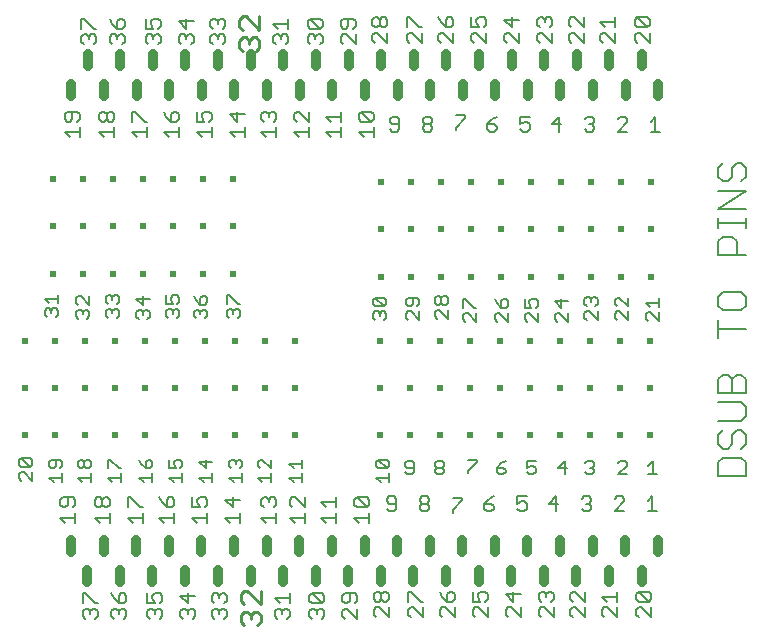
<source format=gto>
G75*
%MOIN*%
%OFA0B0*%
%FSLAX25Y25*%
%IPPOS*%
%LPD*%
%AMOC8*
5,1,8,0,0,1.08239X$1,22.5*
%
%ADD10C,0.00600*%
%ADD11C,0.00700*%
%ADD12C,0.00900*%
%ADD13C,0.00800*%
%ADD14C,0.03200*%
%ADD15R,0.02000X0.02000*%
D10*
X0113225Y0096990D02*
X0113959Y0096256D01*
X0113225Y0096990D02*
X0113225Y0098458D01*
X0113959Y0099192D01*
X0114693Y0099192D01*
X0117629Y0096256D01*
X0117629Y0099192D01*
X0116895Y0100860D02*
X0113959Y0103796D01*
X0116895Y0103796D01*
X0117629Y0103062D01*
X0117629Y0101594D01*
X0116895Y0100860D01*
X0113959Y0100860D01*
X0113225Y0101594D01*
X0113225Y0103062D01*
X0113959Y0103796D01*
X0123225Y0102562D02*
X0123225Y0101094D01*
X0123959Y0100360D01*
X0124693Y0100360D01*
X0125427Y0101094D01*
X0125427Y0103296D01*
X0123959Y0103296D02*
X0123225Y0102562D01*
X0123959Y0103296D02*
X0126895Y0103296D01*
X0127629Y0102562D01*
X0127629Y0101094D01*
X0126895Y0100360D01*
X0127629Y0098692D02*
X0127629Y0095756D01*
X0127629Y0097224D02*
X0123225Y0097224D01*
X0124693Y0095756D01*
X0132725Y0097224D02*
X0137129Y0097224D01*
X0137129Y0095756D02*
X0137129Y0098692D01*
X0136395Y0100360D02*
X0135661Y0100360D01*
X0134927Y0101094D01*
X0134927Y0102562D01*
X0135661Y0103296D01*
X0136395Y0103296D01*
X0137129Y0102562D01*
X0137129Y0101094D01*
X0136395Y0100360D01*
X0134927Y0101094D02*
X0134193Y0100360D01*
X0133459Y0100360D01*
X0132725Y0101094D01*
X0132725Y0102562D01*
X0133459Y0103296D01*
X0134193Y0103296D01*
X0134927Y0102562D01*
X0132725Y0097224D02*
X0134193Y0095756D01*
X0142725Y0097224D02*
X0147129Y0097224D01*
X0147129Y0095756D02*
X0147129Y0098692D01*
X0147129Y0100360D02*
X0146395Y0100360D01*
X0143459Y0103296D01*
X0142725Y0103296D01*
X0142725Y0100360D01*
X0142725Y0097224D02*
X0144193Y0095756D01*
X0153225Y0097224D02*
X0157629Y0097224D01*
X0157629Y0095756D02*
X0157629Y0098692D01*
X0156895Y0100360D02*
X0157629Y0101094D01*
X0157629Y0102562D01*
X0156895Y0103296D01*
X0156161Y0103296D01*
X0155427Y0102562D01*
X0155427Y0100360D01*
X0156895Y0100360D01*
X0155427Y0100360D02*
X0153959Y0101828D01*
X0153225Y0103296D01*
X0153225Y0097224D02*
X0154693Y0095756D01*
X0163225Y0097224D02*
X0167629Y0097224D01*
X0167629Y0095756D02*
X0167629Y0098692D01*
X0166895Y0100360D02*
X0167629Y0101094D01*
X0167629Y0102562D01*
X0166895Y0103296D01*
X0165427Y0103296D01*
X0164693Y0102562D01*
X0164693Y0101828D01*
X0165427Y0100360D01*
X0163225Y0100360D01*
X0163225Y0103296D01*
X0163225Y0097224D02*
X0164693Y0095756D01*
X0173225Y0097224D02*
X0177629Y0097224D01*
X0177629Y0095756D02*
X0177629Y0098692D01*
X0175427Y0100360D02*
X0175427Y0103296D01*
X0173225Y0102562D02*
X0175427Y0100360D01*
X0177629Y0102562D02*
X0173225Y0102562D01*
X0173225Y0097224D02*
X0174693Y0095756D01*
X0183225Y0097224D02*
X0187629Y0097224D01*
X0187629Y0095756D02*
X0187629Y0098692D01*
X0186895Y0100360D02*
X0187629Y0101094D01*
X0187629Y0102562D01*
X0186895Y0103296D01*
X0186161Y0103296D01*
X0185427Y0102562D01*
X0185427Y0101828D01*
X0185427Y0102562D02*
X0184693Y0103296D01*
X0183959Y0103296D01*
X0183225Y0102562D01*
X0183225Y0101094D01*
X0183959Y0100360D01*
X0183225Y0097224D02*
X0184693Y0095756D01*
X0192725Y0097224D02*
X0197129Y0097224D01*
X0197129Y0095756D02*
X0197129Y0098692D01*
X0197129Y0100360D02*
X0194193Y0103296D01*
X0193459Y0103296D01*
X0192725Y0102562D01*
X0192725Y0101094D01*
X0193459Y0100360D01*
X0192725Y0097224D02*
X0194193Y0095756D01*
X0197129Y0100360D02*
X0197129Y0103296D01*
X0203225Y0101828D02*
X0207629Y0101828D01*
X0207629Y0100360D02*
X0207629Y0103296D01*
X0204693Y0100360D02*
X0203225Y0101828D01*
X0203225Y0097224D02*
X0207629Y0097224D01*
X0207629Y0095756D02*
X0207629Y0098692D01*
X0204693Y0095756D02*
X0203225Y0097224D01*
X0232225Y0097224D02*
X0236629Y0097224D01*
X0236629Y0095756D02*
X0236629Y0098692D01*
X0235895Y0100360D02*
X0232959Y0103296D01*
X0235895Y0103296D01*
X0236629Y0102562D01*
X0236629Y0101094D01*
X0235895Y0100360D01*
X0232959Y0100360D01*
X0232225Y0101094D01*
X0232225Y0102562D01*
X0232959Y0103296D01*
X0232225Y0097224D02*
X0233693Y0095756D01*
X0241927Y0099094D02*
X0242661Y0098360D01*
X0244129Y0098360D01*
X0244863Y0099094D01*
X0244863Y0102030D01*
X0244129Y0102764D01*
X0242661Y0102764D01*
X0241927Y0102030D01*
X0241927Y0101296D01*
X0242661Y0100562D01*
X0244863Y0100562D01*
X0251927Y0101296D02*
X0251927Y0102030D01*
X0252661Y0102764D01*
X0254129Y0102764D01*
X0254863Y0102030D01*
X0254863Y0101296D01*
X0254129Y0100562D01*
X0252661Y0100562D01*
X0251927Y0101296D01*
X0252661Y0100562D02*
X0251927Y0099828D01*
X0251927Y0099094D01*
X0252661Y0098360D01*
X0254129Y0098360D01*
X0254863Y0099094D01*
X0254863Y0099828D01*
X0254129Y0100562D01*
X0262927Y0099594D02*
X0262927Y0098860D01*
X0262927Y0099594D02*
X0265863Y0102530D01*
X0265863Y0103264D01*
X0262927Y0103264D01*
X0272427Y0100562D02*
X0272427Y0099094D01*
X0273161Y0098360D01*
X0274629Y0098360D01*
X0275363Y0099094D01*
X0275363Y0099828D01*
X0274629Y0100562D01*
X0272427Y0100562D01*
X0273895Y0102030D01*
X0275363Y0102764D01*
X0282427Y0102764D02*
X0282427Y0100562D01*
X0283895Y0101296D01*
X0284629Y0101296D01*
X0285363Y0100562D01*
X0285363Y0099094D01*
X0284629Y0098360D01*
X0283161Y0098360D01*
X0282427Y0099094D01*
X0282427Y0102764D02*
X0285363Y0102764D01*
X0292927Y0100562D02*
X0295863Y0100562D01*
X0295129Y0098360D02*
X0295129Y0102764D01*
X0292927Y0100562D01*
X0301927Y0102030D02*
X0302661Y0102764D01*
X0304129Y0102764D01*
X0304863Y0102030D01*
X0304863Y0101296D01*
X0304129Y0100562D01*
X0304863Y0099828D01*
X0304863Y0099094D01*
X0304129Y0098360D01*
X0302661Y0098360D01*
X0301927Y0099094D01*
X0303395Y0100562D02*
X0304129Y0100562D01*
X0312927Y0102030D02*
X0313661Y0102764D01*
X0315129Y0102764D01*
X0315863Y0102030D01*
X0315863Y0101296D01*
X0312927Y0098360D01*
X0315863Y0098360D01*
X0322927Y0098360D02*
X0325863Y0098360D01*
X0324395Y0098360D02*
X0324395Y0102764D01*
X0322927Y0101296D01*
X0322759Y0149556D02*
X0322025Y0150290D01*
X0322025Y0151758D01*
X0322759Y0152492D01*
X0323493Y0152492D01*
X0326429Y0149556D01*
X0326429Y0152492D01*
X0326429Y0154160D02*
X0326429Y0157096D01*
X0326429Y0155628D02*
X0322025Y0155628D01*
X0323493Y0154160D01*
X0316129Y0154360D02*
X0316129Y0157296D01*
X0316129Y0154360D02*
X0313193Y0157296D01*
X0312459Y0157296D01*
X0311725Y0156562D01*
X0311725Y0155094D01*
X0312459Y0154360D01*
X0312459Y0152692D02*
X0311725Y0151958D01*
X0311725Y0150490D01*
X0312459Y0149756D01*
X0312459Y0152692D02*
X0313193Y0152692D01*
X0316129Y0149756D01*
X0316129Y0152692D01*
X0306029Y0152792D02*
X0306029Y0149856D01*
X0303093Y0152792D01*
X0302359Y0152792D01*
X0301625Y0152058D01*
X0301625Y0150590D01*
X0302359Y0149856D01*
X0302359Y0154460D02*
X0301625Y0155194D01*
X0301625Y0156662D01*
X0302359Y0157396D01*
X0303093Y0157396D01*
X0303827Y0156662D01*
X0304561Y0157396D01*
X0305295Y0157396D01*
X0306029Y0156662D01*
X0306029Y0155194D01*
X0305295Y0154460D01*
X0303827Y0155928D02*
X0303827Y0156662D01*
X0296129Y0156062D02*
X0291725Y0156062D01*
X0293927Y0153860D01*
X0293927Y0156796D01*
X0293193Y0152192D02*
X0292459Y0152192D01*
X0291725Y0151458D01*
X0291725Y0149990D01*
X0292459Y0149256D01*
X0293193Y0152192D02*
X0296129Y0149256D01*
X0296129Y0152192D01*
X0286129Y0152192D02*
X0286129Y0149256D01*
X0283193Y0152192D01*
X0282459Y0152192D01*
X0281725Y0151458D01*
X0281725Y0149990D01*
X0282459Y0149256D01*
X0281725Y0153860D02*
X0283927Y0153860D01*
X0283193Y0155328D01*
X0283193Y0156062D01*
X0283927Y0156796D01*
X0285395Y0156796D01*
X0286129Y0156062D01*
X0286129Y0154594D01*
X0285395Y0153860D01*
X0281725Y0153860D02*
X0281725Y0156796D01*
X0276129Y0156062D02*
X0275395Y0156796D01*
X0274661Y0156796D01*
X0273927Y0156062D01*
X0273927Y0153860D01*
X0275395Y0153860D01*
X0276129Y0154594D01*
X0276129Y0156062D01*
X0273927Y0153860D02*
X0272459Y0155328D01*
X0271725Y0156796D01*
X0272459Y0152192D02*
X0271725Y0151458D01*
X0271725Y0149990D01*
X0272459Y0149256D01*
X0272459Y0152192D02*
X0273193Y0152192D01*
X0276129Y0149256D01*
X0276129Y0152192D01*
X0265629Y0152192D02*
X0265629Y0149256D01*
X0262693Y0152192D01*
X0261959Y0152192D01*
X0261225Y0151458D01*
X0261225Y0149990D01*
X0261959Y0149256D01*
X0261225Y0153860D02*
X0261225Y0156796D01*
X0261959Y0156796D01*
X0264895Y0153860D01*
X0265629Y0153860D01*
X0256129Y0153192D02*
X0256129Y0150256D01*
X0253193Y0153192D01*
X0252459Y0153192D01*
X0251725Y0152458D01*
X0251725Y0150990D01*
X0252459Y0150256D01*
X0252459Y0154860D02*
X0251725Y0155594D01*
X0251725Y0157062D01*
X0252459Y0157796D01*
X0253193Y0157796D01*
X0253927Y0157062D01*
X0253927Y0155594D01*
X0253193Y0154860D01*
X0252459Y0154860D01*
X0253927Y0155594D02*
X0254661Y0154860D01*
X0255395Y0154860D01*
X0256129Y0155594D01*
X0256129Y0157062D01*
X0255395Y0157796D01*
X0254661Y0157796D01*
X0253927Y0157062D01*
X0246629Y0156562D02*
X0246629Y0155094D01*
X0245895Y0154360D01*
X0244427Y0155094D02*
X0244427Y0157296D01*
X0242959Y0157296D02*
X0242225Y0156562D01*
X0242225Y0155094D01*
X0242959Y0154360D01*
X0243693Y0154360D01*
X0244427Y0155094D01*
X0243693Y0152692D02*
X0242959Y0152692D01*
X0242225Y0151958D01*
X0242225Y0150490D01*
X0242959Y0149756D01*
X0243693Y0152692D02*
X0246629Y0149756D01*
X0246629Y0152692D01*
X0246629Y0156562D02*
X0245895Y0157296D01*
X0242959Y0157296D01*
X0235629Y0156562D02*
X0235629Y0155094D01*
X0234895Y0154360D01*
X0231959Y0157296D01*
X0234895Y0157296D01*
X0235629Y0156562D01*
X0234895Y0154360D02*
X0231959Y0154360D01*
X0231225Y0155094D01*
X0231225Y0156562D01*
X0231959Y0157296D01*
X0231959Y0152692D02*
X0232693Y0152692D01*
X0233427Y0151958D01*
X0234161Y0152692D01*
X0234895Y0152692D01*
X0235629Y0151958D01*
X0235629Y0150490D01*
X0234895Y0149756D01*
X0233427Y0151224D02*
X0233427Y0151958D01*
X0231959Y0152692D02*
X0231225Y0151958D01*
X0231225Y0150490D01*
X0231959Y0149756D01*
X0186829Y0151190D02*
X0186095Y0150456D01*
X0186829Y0151190D02*
X0186829Y0152658D01*
X0186095Y0153392D01*
X0185361Y0153392D01*
X0184627Y0152658D01*
X0184627Y0151924D01*
X0184627Y0152658D02*
X0183893Y0153392D01*
X0183159Y0153392D01*
X0182425Y0152658D01*
X0182425Y0151190D01*
X0183159Y0150456D01*
X0182425Y0155060D02*
X0182425Y0157996D01*
X0183159Y0157996D01*
X0186095Y0155060D01*
X0186829Y0155060D01*
X0175829Y0155694D02*
X0175829Y0157162D01*
X0175095Y0157896D01*
X0174361Y0157896D01*
X0173627Y0157162D01*
X0173627Y0154960D01*
X0175095Y0154960D01*
X0175829Y0155694D01*
X0173627Y0154960D02*
X0172159Y0156428D01*
X0171425Y0157896D01*
X0172159Y0153292D02*
X0172893Y0153292D01*
X0173627Y0152558D01*
X0174361Y0153292D01*
X0175095Y0153292D01*
X0175829Y0152558D01*
X0175829Y0151090D01*
X0175095Y0150356D01*
X0173627Y0151824D02*
X0173627Y0152558D01*
X0172159Y0153292D02*
X0171425Y0152558D01*
X0171425Y0151090D01*
X0172159Y0150356D01*
X0166629Y0151190D02*
X0165895Y0150456D01*
X0166629Y0151190D02*
X0166629Y0152658D01*
X0165895Y0153392D01*
X0165161Y0153392D01*
X0164427Y0152658D01*
X0164427Y0151924D01*
X0164427Y0152658D02*
X0163693Y0153392D01*
X0162959Y0153392D01*
X0162225Y0152658D01*
X0162225Y0151190D01*
X0162959Y0150456D01*
X0162225Y0155060D02*
X0164427Y0155060D01*
X0163693Y0156528D01*
X0163693Y0157262D01*
X0164427Y0157996D01*
X0165895Y0157996D01*
X0166629Y0157262D01*
X0166629Y0155794D01*
X0165895Y0155060D01*
X0162225Y0155060D02*
X0162225Y0157996D01*
X0156729Y0156962D02*
X0152325Y0156962D01*
X0154527Y0154760D01*
X0154527Y0157696D01*
X0153793Y0153092D02*
X0153059Y0153092D01*
X0152325Y0152358D01*
X0152325Y0150890D01*
X0153059Y0150156D01*
X0154527Y0151624D02*
X0154527Y0152358D01*
X0155261Y0153092D01*
X0155995Y0153092D01*
X0156729Y0152358D01*
X0156729Y0150890D01*
X0155995Y0150156D01*
X0154527Y0152358D02*
X0153793Y0153092D01*
X0146529Y0152758D02*
X0146529Y0151290D01*
X0145795Y0150556D01*
X0144327Y0152024D02*
X0144327Y0152758D01*
X0145061Y0153492D01*
X0145795Y0153492D01*
X0146529Y0152758D01*
X0144327Y0152758D02*
X0143593Y0153492D01*
X0142859Y0153492D01*
X0142125Y0152758D01*
X0142125Y0151290D01*
X0142859Y0150556D01*
X0142859Y0155160D02*
X0142125Y0155894D01*
X0142125Y0157362D01*
X0142859Y0158096D01*
X0143593Y0158096D01*
X0144327Y0157362D01*
X0145061Y0158096D01*
X0145795Y0158096D01*
X0146529Y0157362D01*
X0146529Y0155894D01*
X0145795Y0155160D01*
X0144327Y0156628D02*
X0144327Y0157362D01*
X0136629Y0157796D02*
X0136629Y0154860D01*
X0133693Y0157796D01*
X0132959Y0157796D01*
X0132225Y0157062D01*
X0132225Y0155594D01*
X0132959Y0154860D01*
X0132959Y0153192D02*
X0133693Y0153192D01*
X0134427Y0152458D01*
X0135161Y0153192D01*
X0135895Y0153192D01*
X0136629Y0152458D01*
X0136629Y0150990D01*
X0135895Y0150256D01*
X0134427Y0151724D02*
X0134427Y0152458D01*
X0132959Y0153192D02*
X0132225Y0152458D01*
X0132225Y0150990D01*
X0132959Y0150256D01*
X0126129Y0151490D02*
X0126129Y0152958D01*
X0125395Y0153692D01*
X0124661Y0153692D01*
X0123927Y0152958D01*
X0123927Y0152224D01*
X0123927Y0152958D02*
X0123193Y0153692D01*
X0122459Y0153692D01*
X0121725Y0152958D01*
X0121725Y0151490D01*
X0122459Y0150756D01*
X0125395Y0150756D02*
X0126129Y0151490D01*
X0126129Y0155360D02*
X0126129Y0158296D01*
X0126129Y0156828D02*
X0121725Y0156828D01*
X0123193Y0155360D01*
D11*
X0126975Y0083888D02*
X0128610Y0082253D01*
X0126975Y0083888D02*
X0131879Y0083888D01*
X0131879Y0082253D02*
X0131879Y0085523D01*
X0131062Y0087410D02*
X0131879Y0088227D01*
X0131879Y0089862D01*
X0131062Y0090679D01*
X0127792Y0090679D01*
X0126975Y0089862D01*
X0126975Y0088227D01*
X0127792Y0087410D01*
X0128610Y0087410D01*
X0129427Y0088227D01*
X0129427Y0090679D01*
X0138475Y0089862D02*
X0139292Y0090679D01*
X0140110Y0090679D01*
X0140927Y0089862D01*
X0140927Y0088227D01*
X0140110Y0087410D01*
X0139292Y0087410D01*
X0138475Y0088227D01*
X0138475Y0089862D01*
X0140927Y0089862D02*
X0141744Y0090679D01*
X0142562Y0090679D01*
X0143379Y0089862D01*
X0143379Y0088227D01*
X0142562Y0087410D01*
X0141744Y0087410D01*
X0140927Y0088227D01*
X0143379Y0085523D02*
X0143379Y0082253D01*
X0143379Y0083888D02*
X0138475Y0083888D01*
X0140110Y0082253D01*
X0149475Y0083888D02*
X0151110Y0082253D01*
X0149475Y0083888D02*
X0154379Y0083888D01*
X0154379Y0082253D02*
X0154379Y0085523D01*
X0154379Y0087410D02*
X0153562Y0087410D01*
X0150292Y0090679D01*
X0149475Y0090679D01*
X0149475Y0087410D01*
X0159975Y0090679D02*
X0160792Y0089045D01*
X0162427Y0087410D01*
X0162427Y0089862D01*
X0163244Y0090679D01*
X0164062Y0090679D01*
X0164879Y0089862D01*
X0164879Y0088227D01*
X0164062Y0087410D01*
X0162427Y0087410D01*
X0164879Y0085523D02*
X0164879Y0082253D01*
X0164879Y0083888D02*
X0159975Y0083888D01*
X0161610Y0082253D01*
X0170975Y0083888D02*
X0175879Y0083888D01*
X0175879Y0082253D02*
X0175879Y0085523D01*
X0175062Y0087410D02*
X0175879Y0088227D01*
X0175879Y0089862D01*
X0175062Y0090679D01*
X0173427Y0090679D01*
X0172610Y0089862D01*
X0172610Y0089045D01*
X0173427Y0087410D01*
X0170975Y0087410D01*
X0170975Y0090679D01*
X0170975Y0083888D02*
X0172610Y0082253D01*
X0181975Y0083888D02*
X0186879Y0083888D01*
X0186879Y0082253D02*
X0186879Y0085523D01*
X0184427Y0087410D02*
X0184427Y0090679D01*
X0186879Y0089862D02*
X0181975Y0089862D01*
X0184427Y0087410D01*
X0181975Y0083888D02*
X0183610Y0082253D01*
X0193975Y0083888D02*
X0195610Y0082253D01*
X0193975Y0083888D02*
X0198879Y0083888D01*
X0198879Y0082253D02*
X0198879Y0085523D01*
X0198062Y0087410D02*
X0198879Y0088227D01*
X0198879Y0089862D01*
X0198062Y0090679D01*
X0197244Y0090679D01*
X0196427Y0089862D01*
X0196427Y0089045D01*
X0196427Y0089862D02*
X0195610Y0090679D01*
X0194792Y0090679D01*
X0193975Y0089862D01*
X0193975Y0088227D01*
X0194792Y0087410D01*
X0203475Y0088227D02*
X0204292Y0087410D01*
X0203475Y0088227D02*
X0203475Y0089862D01*
X0204292Y0090679D01*
X0205110Y0090679D01*
X0208379Y0087410D01*
X0208379Y0090679D01*
X0208379Y0085523D02*
X0208379Y0082253D01*
X0208379Y0083888D02*
X0203475Y0083888D01*
X0205110Y0082253D01*
X0213975Y0083888D02*
X0218879Y0083888D01*
X0218879Y0082253D02*
X0218879Y0085523D01*
X0218879Y0087410D02*
X0218879Y0090679D01*
X0218879Y0089045D02*
X0213975Y0089045D01*
X0215610Y0087410D01*
X0213975Y0083888D02*
X0215610Y0082253D01*
X0224975Y0083888D02*
X0229879Y0083888D01*
X0229879Y0082253D02*
X0229879Y0085523D01*
X0229062Y0087410D02*
X0225792Y0090679D01*
X0229062Y0090679D01*
X0229879Y0089862D01*
X0229879Y0088227D01*
X0229062Y0087410D01*
X0225792Y0087410D01*
X0224975Y0088227D01*
X0224975Y0089862D01*
X0225792Y0090679D01*
X0224975Y0083888D02*
X0226610Y0082253D01*
X0235701Y0086927D02*
X0236518Y0086110D01*
X0238153Y0086110D01*
X0238970Y0086927D01*
X0238970Y0090197D01*
X0238153Y0091014D01*
X0236518Y0091014D01*
X0235701Y0090197D01*
X0235701Y0089379D01*
X0236518Y0088562D01*
X0238970Y0088562D01*
X0246701Y0089379D02*
X0246701Y0090197D01*
X0247518Y0091014D01*
X0249153Y0091014D01*
X0249970Y0090197D01*
X0249970Y0089379D01*
X0249153Y0088562D01*
X0247518Y0088562D01*
X0246701Y0089379D01*
X0247518Y0088562D02*
X0246701Y0087745D01*
X0246701Y0086927D01*
X0247518Y0086110D01*
X0249153Y0086110D01*
X0249970Y0086927D01*
X0249970Y0087745D01*
X0249153Y0088562D01*
X0257701Y0090514D02*
X0260970Y0090514D01*
X0260970Y0089697D01*
X0257701Y0086427D01*
X0257701Y0085610D01*
X0268201Y0086927D02*
X0269018Y0086110D01*
X0270653Y0086110D01*
X0271470Y0086927D01*
X0271470Y0087745D01*
X0270653Y0088562D01*
X0268201Y0088562D01*
X0268201Y0086927D01*
X0268201Y0088562D02*
X0269836Y0090197D01*
X0271470Y0091014D01*
X0279201Y0091014D02*
X0279201Y0088562D01*
X0280836Y0089379D01*
X0281653Y0089379D01*
X0282470Y0088562D01*
X0282470Y0086927D01*
X0281653Y0086110D01*
X0280018Y0086110D01*
X0279201Y0086927D01*
X0279201Y0091014D02*
X0282470Y0091014D01*
X0289701Y0088562D02*
X0292970Y0088562D01*
X0292153Y0091014D02*
X0289701Y0088562D01*
X0292153Y0086110D02*
X0292153Y0091014D01*
X0300701Y0090197D02*
X0301518Y0091014D01*
X0303153Y0091014D01*
X0303970Y0090197D01*
X0303970Y0089379D01*
X0303153Y0088562D01*
X0303970Y0087745D01*
X0303970Y0086927D01*
X0303153Y0086110D01*
X0301518Y0086110D01*
X0300701Y0086927D01*
X0302336Y0088562D02*
X0303153Y0088562D01*
X0311701Y0090197D02*
X0312518Y0091014D01*
X0314153Y0091014D01*
X0314970Y0090197D01*
X0314970Y0089379D01*
X0311701Y0086110D01*
X0314970Y0086110D01*
X0322701Y0086110D02*
X0325970Y0086110D01*
X0324336Y0086110D02*
X0324336Y0091014D01*
X0322701Y0089379D01*
X0323062Y0059179D02*
X0319792Y0059179D01*
X0323062Y0055910D01*
X0323879Y0056727D01*
X0323879Y0058362D01*
X0323062Y0059179D01*
X0323062Y0055910D02*
X0319792Y0055910D01*
X0318975Y0056727D01*
X0318975Y0058362D01*
X0319792Y0059179D01*
X0319792Y0054023D02*
X0318975Y0053206D01*
X0318975Y0051571D01*
X0319792Y0050753D01*
X0319792Y0054023D02*
X0320610Y0054023D01*
X0323879Y0050753D01*
X0323879Y0054023D01*
X0312379Y0054023D02*
X0312379Y0050753D01*
X0309110Y0054023D01*
X0308292Y0054023D01*
X0307475Y0053206D01*
X0307475Y0051571D01*
X0308292Y0050753D01*
X0309110Y0055910D02*
X0307475Y0057545D01*
X0312379Y0057545D01*
X0312379Y0059179D02*
X0312379Y0055910D01*
X0301879Y0055910D02*
X0301879Y0059179D01*
X0301879Y0055910D02*
X0298610Y0059179D01*
X0297792Y0059179D01*
X0296975Y0058362D01*
X0296975Y0056727D01*
X0297792Y0055910D01*
X0297792Y0054023D02*
X0296975Y0053206D01*
X0296975Y0051571D01*
X0297792Y0050753D01*
X0297792Y0054023D02*
X0298610Y0054023D01*
X0301879Y0050753D01*
X0301879Y0054023D01*
X0291379Y0054023D02*
X0291379Y0050753D01*
X0288110Y0054023D01*
X0287292Y0054023D01*
X0286475Y0053206D01*
X0286475Y0051571D01*
X0287292Y0050753D01*
X0287292Y0055910D02*
X0286475Y0056727D01*
X0286475Y0058362D01*
X0287292Y0059179D01*
X0288110Y0059179D01*
X0288927Y0058362D01*
X0289744Y0059179D01*
X0290562Y0059179D01*
X0291379Y0058362D01*
X0291379Y0056727D01*
X0290562Y0055910D01*
X0288927Y0057545D02*
X0288927Y0058362D01*
X0280379Y0058362D02*
X0275475Y0058362D01*
X0277927Y0055910D01*
X0277927Y0059179D01*
X0277110Y0054023D02*
X0276292Y0054023D01*
X0275475Y0053206D01*
X0275475Y0051571D01*
X0276292Y0050753D01*
X0277110Y0054023D02*
X0280379Y0050753D01*
X0280379Y0054023D01*
X0269379Y0054023D02*
X0269379Y0050753D01*
X0266110Y0054023D01*
X0265292Y0054023D01*
X0264475Y0053206D01*
X0264475Y0051571D01*
X0265292Y0050753D01*
X0264475Y0055910D02*
X0266927Y0055910D01*
X0266110Y0057545D01*
X0266110Y0058362D01*
X0266927Y0059179D01*
X0268562Y0059179D01*
X0269379Y0058362D01*
X0269379Y0056727D01*
X0268562Y0055910D01*
X0264475Y0055910D02*
X0264475Y0059179D01*
X0258379Y0058362D02*
X0257562Y0059179D01*
X0256744Y0059179D01*
X0255927Y0058362D01*
X0255927Y0055910D01*
X0257562Y0055910D01*
X0258379Y0056727D01*
X0258379Y0058362D01*
X0255927Y0055910D02*
X0254292Y0057545D01*
X0253475Y0059179D01*
X0254292Y0054023D02*
X0253475Y0053206D01*
X0253475Y0051571D01*
X0254292Y0050753D01*
X0254292Y0054023D02*
X0255110Y0054023D01*
X0258379Y0050753D01*
X0258379Y0054023D01*
X0247879Y0054023D02*
X0247879Y0050753D01*
X0244610Y0054023D01*
X0243792Y0054023D01*
X0242975Y0053206D01*
X0242975Y0051571D01*
X0243792Y0050753D01*
X0242975Y0055910D02*
X0242975Y0059179D01*
X0243792Y0059179D01*
X0247062Y0055910D01*
X0247879Y0055910D01*
X0236379Y0056727D02*
X0235562Y0055910D01*
X0234744Y0055910D01*
X0233927Y0056727D01*
X0233927Y0058362D01*
X0234744Y0059179D01*
X0235562Y0059179D01*
X0236379Y0058362D01*
X0236379Y0056727D01*
X0233927Y0056727D02*
X0233110Y0055910D01*
X0232292Y0055910D01*
X0231475Y0056727D01*
X0231475Y0058362D01*
X0232292Y0059179D01*
X0233110Y0059179D01*
X0233927Y0058362D01*
X0233110Y0054023D02*
X0232292Y0054023D01*
X0231475Y0053206D01*
X0231475Y0051571D01*
X0232292Y0050753D01*
X0233110Y0054023D02*
X0236379Y0050753D01*
X0236379Y0054023D01*
X0225879Y0053523D02*
X0225879Y0050253D01*
X0222610Y0053523D01*
X0221792Y0053523D01*
X0220975Y0052706D01*
X0220975Y0051071D01*
X0221792Y0050253D01*
X0221792Y0055410D02*
X0220975Y0056227D01*
X0220975Y0057862D01*
X0221792Y0058679D01*
X0225062Y0058679D01*
X0225879Y0057862D01*
X0225879Y0056227D01*
X0225062Y0055410D01*
X0223427Y0056227D02*
X0223427Y0058679D01*
X0223427Y0056227D02*
X0222610Y0055410D01*
X0221792Y0055410D01*
X0214879Y0056227D02*
X0214062Y0055410D01*
X0210792Y0058679D01*
X0214062Y0058679D01*
X0214879Y0057862D01*
X0214879Y0056227D01*
X0214062Y0055410D02*
X0210792Y0055410D01*
X0209975Y0056227D01*
X0209975Y0057862D01*
X0210792Y0058679D01*
X0210792Y0053523D02*
X0211610Y0053523D01*
X0212427Y0052706D01*
X0213244Y0053523D01*
X0214062Y0053523D01*
X0214879Y0052706D01*
X0214879Y0051071D01*
X0214062Y0050253D01*
X0212427Y0051888D02*
X0212427Y0052706D01*
X0210792Y0053523D02*
X0209975Y0052706D01*
X0209975Y0051071D01*
X0210792Y0050253D01*
X0203379Y0051071D02*
X0203379Y0052706D01*
X0202562Y0053523D01*
X0201744Y0053523D01*
X0200927Y0052706D01*
X0200927Y0051888D01*
X0200927Y0052706D02*
X0200110Y0053523D01*
X0199292Y0053523D01*
X0198475Y0052706D01*
X0198475Y0051071D01*
X0199292Y0050253D01*
X0202562Y0050253D02*
X0203379Y0051071D01*
X0203379Y0055410D02*
X0203379Y0058679D01*
X0203379Y0057045D02*
X0198475Y0057045D01*
X0200110Y0055410D01*
X0182379Y0056227D02*
X0181562Y0055410D01*
X0182379Y0056227D02*
X0182379Y0057862D01*
X0181562Y0058679D01*
X0180744Y0058679D01*
X0179927Y0057862D01*
X0179927Y0057045D01*
X0179927Y0057862D02*
X0179110Y0058679D01*
X0178292Y0058679D01*
X0177475Y0057862D01*
X0177475Y0056227D01*
X0178292Y0055410D01*
X0178292Y0053523D02*
X0179110Y0053523D01*
X0179927Y0052706D01*
X0180744Y0053523D01*
X0181562Y0053523D01*
X0182379Y0052706D01*
X0182379Y0051071D01*
X0181562Y0050253D01*
X0179927Y0051888D02*
X0179927Y0052706D01*
X0178292Y0053523D02*
X0177475Y0052706D01*
X0177475Y0051071D01*
X0178292Y0050253D01*
X0171879Y0051071D02*
X0171879Y0052706D01*
X0171062Y0053523D01*
X0170244Y0053523D01*
X0169427Y0052706D01*
X0169427Y0051888D01*
X0169427Y0052706D02*
X0168610Y0053523D01*
X0167792Y0053523D01*
X0166975Y0052706D01*
X0166975Y0051071D01*
X0167792Y0050253D01*
X0171062Y0050253D02*
X0171879Y0051071D01*
X0169427Y0055410D02*
X0169427Y0058679D01*
X0171879Y0057862D02*
X0166975Y0057862D01*
X0169427Y0055410D01*
X0160879Y0056227D02*
X0160879Y0057862D01*
X0160062Y0058679D01*
X0158427Y0058679D01*
X0157610Y0057862D01*
X0157610Y0057045D01*
X0158427Y0055410D01*
X0155975Y0055410D01*
X0155975Y0058679D01*
X0156792Y0053523D02*
X0157610Y0053523D01*
X0158427Y0052706D01*
X0159244Y0053523D01*
X0160062Y0053523D01*
X0160879Y0052706D01*
X0160879Y0051071D01*
X0160062Y0050253D01*
X0158427Y0051888D02*
X0158427Y0052706D01*
X0156792Y0053523D02*
X0155975Y0052706D01*
X0155975Y0051071D01*
X0156792Y0050253D01*
X0160062Y0055410D02*
X0160879Y0056227D01*
X0148879Y0056227D02*
X0148879Y0057862D01*
X0148062Y0058679D01*
X0147244Y0058679D01*
X0146427Y0057862D01*
X0146427Y0055410D01*
X0148062Y0055410D01*
X0148879Y0056227D01*
X0146427Y0055410D02*
X0144792Y0057045D01*
X0143975Y0058679D01*
X0144792Y0053523D02*
X0145610Y0053523D01*
X0146427Y0052706D01*
X0147244Y0053523D01*
X0148062Y0053523D01*
X0148879Y0052706D01*
X0148879Y0051071D01*
X0148062Y0050253D01*
X0146427Y0051888D02*
X0146427Y0052706D01*
X0144792Y0053523D02*
X0143975Y0052706D01*
X0143975Y0051071D01*
X0144792Y0050253D01*
X0139379Y0051071D02*
X0139379Y0052706D01*
X0138562Y0053523D01*
X0137744Y0053523D01*
X0136927Y0052706D01*
X0136927Y0051888D01*
X0136927Y0052706D02*
X0136110Y0053523D01*
X0135292Y0053523D01*
X0134475Y0052706D01*
X0134475Y0051071D01*
X0135292Y0050253D01*
X0138562Y0050253D02*
X0139379Y0051071D01*
X0139379Y0055410D02*
X0138562Y0055410D01*
X0135292Y0058679D01*
X0134475Y0058679D01*
X0134475Y0055410D01*
X0133379Y0210753D02*
X0133379Y0214023D01*
X0133379Y0212388D02*
X0128475Y0212388D01*
X0130110Y0210753D01*
X0130110Y0215910D02*
X0130927Y0216727D01*
X0130927Y0219179D01*
X0132562Y0219179D02*
X0129292Y0219179D01*
X0128475Y0218362D01*
X0128475Y0216727D01*
X0129292Y0215910D01*
X0130110Y0215910D01*
X0132562Y0215910D02*
X0133379Y0216727D01*
X0133379Y0218362D01*
X0132562Y0219179D01*
X0139975Y0218362D02*
X0139975Y0216727D01*
X0140792Y0215910D01*
X0141610Y0215910D01*
X0142427Y0216727D01*
X0142427Y0218362D01*
X0143244Y0219179D01*
X0144062Y0219179D01*
X0144879Y0218362D01*
X0144879Y0216727D01*
X0144062Y0215910D01*
X0143244Y0215910D01*
X0142427Y0216727D01*
X0142427Y0218362D02*
X0141610Y0219179D01*
X0140792Y0219179D01*
X0139975Y0218362D01*
X0144879Y0214023D02*
X0144879Y0210753D01*
X0144879Y0212388D02*
X0139975Y0212388D01*
X0141610Y0210753D01*
X0150975Y0212388D02*
X0155879Y0212388D01*
X0155879Y0210753D02*
X0155879Y0214023D01*
X0155879Y0215910D02*
X0155062Y0215910D01*
X0151792Y0219179D01*
X0150975Y0219179D01*
X0150975Y0215910D01*
X0150975Y0212388D02*
X0152610Y0210753D01*
X0161475Y0212388D02*
X0166379Y0212388D01*
X0166379Y0210753D02*
X0166379Y0214023D01*
X0165562Y0215910D02*
X0166379Y0216727D01*
X0166379Y0218362D01*
X0165562Y0219179D01*
X0164744Y0219179D01*
X0163927Y0218362D01*
X0163927Y0215910D01*
X0165562Y0215910D01*
X0163927Y0215910D02*
X0162292Y0217545D01*
X0161475Y0219179D01*
X0161475Y0212388D02*
X0163110Y0210753D01*
X0172475Y0212388D02*
X0177379Y0212388D01*
X0177379Y0210753D02*
X0177379Y0214023D01*
X0176562Y0215910D02*
X0177379Y0216727D01*
X0177379Y0218362D01*
X0176562Y0219179D01*
X0174927Y0219179D01*
X0174110Y0218362D01*
X0174110Y0217545D01*
X0174927Y0215910D01*
X0172475Y0215910D01*
X0172475Y0219179D01*
X0183475Y0218362D02*
X0185927Y0215910D01*
X0185927Y0219179D01*
X0188379Y0218362D02*
X0183475Y0218362D01*
X0188379Y0214023D02*
X0188379Y0210753D01*
X0188379Y0212388D02*
X0183475Y0212388D01*
X0185110Y0210753D01*
X0193975Y0212388D02*
X0198879Y0212388D01*
X0198879Y0210753D02*
X0198879Y0214023D01*
X0198062Y0215910D02*
X0198879Y0216727D01*
X0198879Y0218362D01*
X0198062Y0219179D01*
X0197244Y0219179D01*
X0196427Y0218362D01*
X0196427Y0217545D01*
X0196427Y0218362D02*
X0195610Y0219179D01*
X0194792Y0219179D01*
X0193975Y0218362D01*
X0193975Y0216727D01*
X0194792Y0215910D01*
X0193975Y0212388D02*
X0195610Y0210753D01*
X0204975Y0212388D02*
X0209879Y0212388D01*
X0209879Y0210753D02*
X0209879Y0214023D01*
X0209879Y0215910D02*
X0206610Y0219179D01*
X0205792Y0219179D01*
X0204975Y0218362D01*
X0204975Y0216727D01*
X0205792Y0215910D01*
X0204975Y0212388D02*
X0206610Y0210753D01*
X0209879Y0215910D02*
X0209879Y0219179D01*
X0215475Y0217545D02*
X0217110Y0215910D01*
X0215475Y0217545D02*
X0220379Y0217545D01*
X0220379Y0219179D02*
X0220379Y0215910D01*
X0220379Y0214023D02*
X0220379Y0210753D01*
X0220379Y0212388D02*
X0215475Y0212388D01*
X0217110Y0210753D01*
X0226475Y0212388D02*
X0231379Y0212388D01*
X0231379Y0210753D02*
X0231379Y0214023D01*
X0230562Y0215910D02*
X0227292Y0219179D01*
X0230562Y0219179D01*
X0231379Y0218362D01*
X0231379Y0216727D01*
X0230562Y0215910D01*
X0227292Y0215910D01*
X0226475Y0216727D01*
X0226475Y0218362D01*
X0227292Y0219179D01*
X0226475Y0212388D02*
X0228110Y0210753D01*
X0236701Y0213427D02*
X0237518Y0212610D01*
X0239153Y0212610D01*
X0239970Y0213427D01*
X0239970Y0216697D01*
X0239153Y0217514D01*
X0237518Y0217514D01*
X0236701Y0216697D01*
X0236701Y0215879D01*
X0237518Y0215062D01*
X0239970Y0215062D01*
X0247701Y0215879D02*
X0247701Y0216697D01*
X0248518Y0217514D01*
X0250153Y0217514D01*
X0250970Y0216697D01*
X0250970Y0215879D01*
X0250153Y0215062D01*
X0248518Y0215062D01*
X0247701Y0215879D01*
X0248518Y0215062D02*
X0247701Y0214245D01*
X0247701Y0213427D01*
X0248518Y0212610D01*
X0250153Y0212610D01*
X0250970Y0213427D01*
X0250970Y0214245D01*
X0250153Y0215062D01*
X0258701Y0213927D02*
X0258701Y0213110D01*
X0258701Y0213927D02*
X0261970Y0217197D01*
X0261970Y0218014D01*
X0258701Y0218014D01*
X0269201Y0215062D02*
X0271653Y0215062D01*
X0272470Y0214245D01*
X0272470Y0213427D01*
X0271653Y0212610D01*
X0270018Y0212610D01*
X0269201Y0213427D01*
X0269201Y0215062D01*
X0270836Y0216697D01*
X0272470Y0217514D01*
X0280201Y0217514D02*
X0280201Y0215062D01*
X0281836Y0215879D01*
X0282653Y0215879D01*
X0283470Y0215062D01*
X0283470Y0213427D01*
X0282653Y0212610D01*
X0281018Y0212610D01*
X0280201Y0213427D01*
X0280201Y0217514D02*
X0283470Y0217514D01*
X0290701Y0215062D02*
X0293970Y0215062D01*
X0293153Y0217514D02*
X0290701Y0215062D01*
X0293153Y0212610D02*
X0293153Y0217514D01*
X0301701Y0216697D02*
X0302518Y0217514D01*
X0304153Y0217514D01*
X0304970Y0216697D01*
X0304970Y0215879D01*
X0304153Y0215062D01*
X0304970Y0214245D01*
X0304970Y0213427D01*
X0304153Y0212610D01*
X0302518Y0212610D01*
X0301701Y0213427D01*
X0303336Y0215062D02*
X0304153Y0215062D01*
X0312701Y0216697D02*
X0313518Y0217514D01*
X0315153Y0217514D01*
X0315970Y0216697D01*
X0315970Y0215879D01*
X0312701Y0212610D01*
X0315970Y0212610D01*
X0323701Y0212610D02*
X0326970Y0212610D01*
X0325336Y0212610D02*
X0325336Y0217514D01*
X0323701Y0215879D01*
X0323379Y0242253D02*
X0320110Y0245523D01*
X0319292Y0245523D01*
X0318475Y0244706D01*
X0318475Y0243071D01*
X0319292Y0242253D01*
X0323379Y0242253D02*
X0323379Y0245523D01*
X0322562Y0247410D02*
X0319292Y0250679D01*
X0322562Y0250679D01*
X0323379Y0249862D01*
X0323379Y0248227D01*
X0322562Y0247410D01*
X0319292Y0247410D01*
X0318475Y0248227D01*
X0318475Y0249862D01*
X0319292Y0250679D01*
X0311879Y0250679D02*
X0311879Y0247410D01*
X0311879Y0249045D02*
X0306975Y0249045D01*
X0308610Y0247410D01*
X0308610Y0245523D02*
X0307792Y0245523D01*
X0306975Y0244706D01*
X0306975Y0243071D01*
X0307792Y0242253D01*
X0308610Y0245523D02*
X0311879Y0242253D01*
X0311879Y0245523D01*
X0301379Y0245523D02*
X0301379Y0242253D01*
X0298110Y0245523D01*
X0297292Y0245523D01*
X0296475Y0244706D01*
X0296475Y0243071D01*
X0297292Y0242253D01*
X0297292Y0247410D02*
X0296475Y0248227D01*
X0296475Y0249862D01*
X0297292Y0250679D01*
X0298110Y0250679D01*
X0301379Y0247410D01*
X0301379Y0250679D01*
X0290879Y0249862D02*
X0290879Y0248227D01*
X0290062Y0247410D01*
X0290879Y0245523D02*
X0290879Y0242253D01*
X0287610Y0245523D01*
X0286792Y0245523D01*
X0285975Y0244706D01*
X0285975Y0243071D01*
X0286792Y0242253D01*
X0286792Y0247410D02*
X0285975Y0248227D01*
X0285975Y0249862D01*
X0286792Y0250679D01*
X0287610Y0250679D01*
X0288427Y0249862D01*
X0289244Y0250679D01*
X0290062Y0250679D01*
X0290879Y0249862D01*
X0288427Y0249862D02*
X0288427Y0249045D01*
X0279879Y0249862D02*
X0274975Y0249862D01*
X0277427Y0247410D01*
X0277427Y0250679D01*
X0276610Y0245523D02*
X0275792Y0245523D01*
X0274975Y0244706D01*
X0274975Y0243071D01*
X0275792Y0242253D01*
X0276610Y0245523D02*
X0279879Y0242253D01*
X0279879Y0245523D01*
X0268879Y0245523D02*
X0268879Y0242253D01*
X0265610Y0245523D01*
X0264792Y0245523D01*
X0263975Y0244706D01*
X0263975Y0243071D01*
X0264792Y0242253D01*
X0263975Y0247410D02*
X0266427Y0247410D01*
X0265610Y0249045D01*
X0265610Y0249862D01*
X0266427Y0250679D01*
X0268062Y0250679D01*
X0268879Y0249862D01*
X0268879Y0248227D01*
X0268062Y0247410D01*
X0263975Y0247410D02*
X0263975Y0250679D01*
X0257879Y0249862D02*
X0257062Y0250679D01*
X0256244Y0250679D01*
X0255427Y0249862D01*
X0255427Y0247410D01*
X0257062Y0247410D01*
X0257879Y0248227D01*
X0257879Y0249862D01*
X0255427Y0247410D02*
X0253792Y0249045D01*
X0252975Y0250679D01*
X0253792Y0245523D02*
X0252975Y0244706D01*
X0252975Y0243071D01*
X0253792Y0242253D01*
X0253792Y0245523D02*
X0254610Y0245523D01*
X0257879Y0242253D01*
X0257879Y0245523D01*
X0247379Y0245523D02*
X0247379Y0242253D01*
X0244110Y0245523D01*
X0243292Y0245523D01*
X0242475Y0244706D01*
X0242475Y0243071D01*
X0243292Y0242253D01*
X0242475Y0247410D02*
X0242475Y0250679D01*
X0243292Y0250679D01*
X0246562Y0247410D01*
X0247379Y0247410D01*
X0235879Y0248227D02*
X0235062Y0247410D01*
X0234244Y0247410D01*
X0233427Y0248227D01*
X0233427Y0249862D01*
X0234244Y0250679D01*
X0235062Y0250679D01*
X0235879Y0249862D01*
X0235879Y0248227D01*
X0233427Y0248227D02*
X0232610Y0247410D01*
X0231792Y0247410D01*
X0230975Y0248227D01*
X0230975Y0249862D01*
X0231792Y0250679D01*
X0232610Y0250679D01*
X0233427Y0249862D01*
X0232610Y0245523D02*
X0231792Y0245523D01*
X0230975Y0244706D01*
X0230975Y0243071D01*
X0231792Y0242253D01*
X0232610Y0245523D02*
X0235879Y0242253D01*
X0235879Y0245523D01*
X0225379Y0245023D02*
X0225379Y0241753D01*
X0222110Y0245023D01*
X0221292Y0245023D01*
X0220475Y0244206D01*
X0220475Y0242571D01*
X0221292Y0241753D01*
X0221292Y0246910D02*
X0222110Y0246910D01*
X0222927Y0247727D01*
X0222927Y0250179D01*
X0224562Y0250179D02*
X0221292Y0250179D01*
X0220475Y0249362D01*
X0220475Y0247727D01*
X0221292Y0246910D01*
X0224562Y0246910D02*
X0225379Y0247727D01*
X0225379Y0249362D01*
X0224562Y0250179D01*
X0214379Y0249362D02*
X0214379Y0247727D01*
X0213562Y0246910D01*
X0210292Y0250179D01*
X0213562Y0250179D01*
X0214379Y0249362D01*
X0213562Y0246910D02*
X0210292Y0246910D01*
X0209475Y0247727D01*
X0209475Y0249362D01*
X0210292Y0250179D01*
X0210292Y0245023D02*
X0211110Y0245023D01*
X0211927Y0244206D01*
X0212744Y0245023D01*
X0213562Y0245023D01*
X0214379Y0244206D01*
X0214379Y0242571D01*
X0213562Y0241753D01*
X0211927Y0243388D02*
X0211927Y0244206D01*
X0210292Y0245023D02*
X0209475Y0244206D01*
X0209475Y0242571D01*
X0210292Y0241753D01*
X0202879Y0242571D02*
X0202062Y0241753D01*
X0202879Y0242571D02*
X0202879Y0244206D01*
X0202062Y0245023D01*
X0201244Y0245023D01*
X0200427Y0244206D01*
X0200427Y0243388D01*
X0200427Y0244206D02*
X0199610Y0245023D01*
X0198792Y0245023D01*
X0197975Y0244206D01*
X0197975Y0242571D01*
X0198792Y0241753D01*
X0199610Y0246910D02*
X0197975Y0248545D01*
X0202879Y0248545D01*
X0202879Y0250179D02*
X0202879Y0246910D01*
X0181879Y0247727D02*
X0181062Y0246910D01*
X0181879Y0247727D02*
X0181879Y0249362D01*
X0181062Y0250179D01*
X0180244Y0250179D01*
X0179427Y0249362D01*
X0179427Y0248545D01*
X0179427Y0249362D02*
X0178610Y0250179D01*
X0177792Y0250179D01*
X0176975Y0249362D01*
X0176975Y0247727D01*
X0177792Y0246910D01*
X0177792Y0245023D02*
X0178610Y0245023D01*
X0179427Y0244206D01*
X0180244Y0245023D01*
X0181062Y0245023D01*
X0181879Y0244206D01*
X0181879Y0242571D01*
X0181062Y0241753D01*
X0179427Y0243388D02*
X0179427Y0244206D01*
X0177792Y0245023D02*
X0176975Y0244206D01*
X0176975Y0242571D01*
X0177792Y0241753D01*
X0171379Y0242571D02*
X0171379Y0244206D01*
X0170562Y0245023D01*
X0169744Y0245023D01*
X0168927Y0244206D01*
X0168927Y0243388D01*
X0168927Y0244206D02*
X0168110Y0245023D01*
X0167292Y0245023D01*
X0166475Y0244206D01*
X0166475Y0242571D01*
X0167292Y0241753D01*
X0170562Y0241753D02*
X0171379Y0242571D01*
X0168927Y0246910D02*
X0168927Y0250179D01*
X0171379Y0249362D02*
X0166475Y0249362D01*
X0168927Y0246910D01*
X0160379Y0247727D02*
X0159562Y0246910D01*
X0160379Y0247727D02*
X0160379Y0249362D01*
X0159562Y0250179D01*
X0157927Y0250179D01*
X0157110Y0249362D01*
X0157110Y0248545D01*
X0157927Y0246910D01*
X0155475Y0246910D01*
X0155475Y0250179D01*
X0156292Y0245023D02*
X0157110Y0245023D01*
X0157927Y0244206D01*
X0158744Y0245023D01*
X0159562Y0245023D01*
X0160379Y0244206D01*
X0160379Y0242571D01*
X0159562Y0241753D01*
X0157927Y0243388D02*
X0157927Y0244206D01*
X0156292Y0245023D02*
X0155475Y0244206D01*
X0155475Y0242571D01*
X0156292Y0241753D01*
X0148379Y0242571D02*
X0148379Y0244206D01*
X0147562Y0245023D01*
X0146744Y0245023D01*
X0145927Y0244206D01*
X0145927Y0243388D01*
X0145927Y0244206D02*
X0145110Y0245023D01*
X0144292Y0245023D01*
X0143475Y0244206D01*
X0143475Y0242571D01*
X0144292Y0241753D01*
X0147562Y0241753D02*
X0148379Y0242571D01*
X0147562Y0246910D02*
X0148379Y0247727D01*
X0148379Y0249362D01*
X0147562Y0250179D01*
X0146744Y0250179D01*
X0145927Y0249362D01*
X0145927Y0246910D01*
X0147562Y0246910D01*
X0145927Y0246910D02*
X0144292Y0248545D01*
X0143475Y0250179D01*
X0138879Y0246910D02*
X0138062Y0246910D01*
X0134792Y0250179D01*
X0133975Y0250179D01*
X0133975Y0246910D01*
X0134792Y0245023D02*
X0135610Y0245023D01*
X0136427Y0244206D01*
X0137244Y0245023D01*
X0138062Y0245023D01*
X0138879Y0244206D01*
X0138879Y0242571D01*
X0138062Y0241753D01*
X0136427Y0243388D02*
X0136427Y0244206D01*
X0134792Y0245023D02*
X0133975Y0244206D01*
X0133975Y0242571D01*
X0134792Y0241753D01*
X0172475Y0212388D02*
X0174110Y0210753D01*
D12*
X0187691Y0239512D02*
X0186573Y0240629D01*
X0186573Y0242865D01*
X0187691Y0243982D01*
X0188809Y0243982D01*
X0189926Y0242865D01*
X0191044Y0243982D01*
X0192161Y0243982D01*
X0193279Y0242865D01*
X0193279Y0240629D01*
X0192161Y0239512D01*
X0189926Y0241747D02*
X0189926Y0242865D01*
X0187691Y0246510D02*
X0186573Y0247627D01*
X0186573Y0249863D01*
X0187691Y0250980D01*
X0188809Y0250980D01*
X0193279Y0246510D01*
X0193279Y0250980D01*
X0193779Y0059480D02*
X0193779Y0055010D01*
X0189309Y0059480D01*
X0188191Y0059480D01*
X0187073Y0058363D01*
X0187073Y0056127D01*
X0188191Y0055010D01*
X0188191Y0052482D02*
X0189309Y0052482D01*
X0190426Y0051365D01*
X0191544Y0052482D01*
X0192661Y0052482D01*
X0193779Y0051365D01*
X0193779Y0049129D01*
X0192661Y0048012D01*
X0190426Y0050247D02*
X0190426Y0051365D01*
X0188191Y0052482D02*
X0187073Y0051365D01*
X0187073Y0049129D01*
X0188191Y0048012D01*
D13*
X0346321Y0097747D02*
X0346321Y0102351D01*
X0347856Y0103886D01*
X0353994Y0103886D01*
X0355529Y0102351D01*
X0355529Y0097747D01*
X0346321Y0097747D01*
X0347856Y0106955D02*
X0349390Y0106955D01*
X0350925Y0108490D01*
X0350925Y0111559D01*
X0352460Y0113094D01*
X0353994Y0113094D01*
X0355529Y0111559D01*
X0355529Y0108490D01*
X0353994Y0106955D01*
X0347856Y0106955D02*
X0346321Y0108490D01*
X0346321Y0111559D01*
X0347856Y0113094D01*
X0346321Y0116163D02*
X0353994Y0116163D01*
X0355529Y0117698D01*
X0355529Y0120767D01*
X0353994Y0122302D01*
X0346321Y0122302D01*
X0346321Y0125371D02*
X0346321Y0129975D01*
X0347856Y0131509D01*
X0349390Y0131509D01*
X0350925Y0129975D01*
X0350925Y0125371D01*
X0350925Y0129975D02*
X0352460Y0131509D01*
X0353994Y0131509D01*
X0355529Y0129975D01*
X0355529Y0125371D01*
X0346321Y0125371D01*
X0346321Y0143787D02*
X0346321Y0149925D01*
X0346321Y0146856D02*
X0355529Y0146856D01*
X0353994Y0152994D02*
X0347856Y0152994D01*
X0346321Y0154529D01*
X0346321Y0157598D01*
X0347856Y0159133D01*
X0353994Y0159133D01*
X0355529Y0157598D01*
X0355529Y0154529D01*
X0353994Y0152994D01*
X0352460Y0171410D02*
X0352460Y0176014D01*
X0350925Y0177549D01*
X0347856Y0177549D01*
X0346321Y0176014D01*
X0346321Y0171410D01*
X0355529Y0171410D01*
X0355529Y0180618D02*
X0355529Y0183687D01*
X0355529Y0182153D02*
X0346321Y0182153D01*
X0346321Y0183687D02*
X0346321Y0180618D01*
X0346321Y0186757D02*
X0355529Y0192895D01*
X0346321Y0192895D01*
X0347856Y0195964D02*
X0349390Y0195964D01*
X0350925Y0197499D01*
X0350925Y0200568D01*
X0352460Y0202103D01*
X0353994Y0202103D01*
X0355529Y0200568D01*
X0355529Y0197499D01*
X0353994Y0195964D01*
X0347856Y0195964D02*
X0346321Y0197499D01*
X0346321Y0200568D01*
X0347856Y0202103D01*
X0346321Y0186757D02*
X0355529Y0186757D01*
D14*
X0326257Y0224595D02*
X0326257Y0228595D01*
X0320857Y0234495D02*
X0320857Y0238495D01*
X0309957Y0238495D02*
X0309957Y0234495D01*
X0315457Y0228595D02*
X0315457Y0224595D01*
X0304557Y0224495D02*
X0304557Y0228495D01*
X0299157Y0234495D02*
X0299157Y0238495D01*
X0288257Y0238595D02*
X0288257Y0234595D01*
X0277357Y0234595D02*
X0277357Y0238595D01*
X0266457Y0238595D02*
X0266457Y0234595D01*
X0261057Y0228595D02*
X0261057Y0224595D01*
X0271957Y0224595D02*
X0271957Y0228595D01*
X0282857Y0228595D02*
X0282857Y0224595D01*
X0293657Y0224595D02*
X0293657Y0228595D01*
X0255657Y0234595D02*
X0255657Y0238595D01*
X0244757Y0238595D02*
X0244757Y0234595D01*
X0233857Y0234595D02*
X0233857Y0238595D01*
X0223057Y0238595D02*
X0223057Y0234595D01*
X0228457Y0228595D02*
X0228457Y0224595D01*
X0239357Y0224595D02*
X0239357Y0228595D01*
X0250157Y0228595D02*
X0250157Y0224595D01*
X0217557Y0224595D02*
X0217557Y0228595D01*
X0212157Y0234595D02*
X0212157Y0238595D01*
X0201257Y0238595D02*
X0201257Y0234595D01*
X0195857Y0228595D02*
X0195857Y0224595D01*
X0184957Y0224595D02*
X0184957Y0228595D01*
X0179557Y0234595D02*
X0179557Y0238595D01*
X0190457Y0238595D02*
X0190457Y0234595D01*
X0174157Y0228595D02*
X0174157Y0224595D01*
X0163257Y0224595D02*
X0163257Y0228595D01*
X0168657Y0234595D02*
X0168657Y0238595D01*
X0157857Y0238595D02*
X0157857Y0234595D01*
X0152357Y0228595D02*
X0152357Y0224595D01*
X0141557Y0224595D02*
X0141557Y0228595D01*
X0146957Y0234595D02*
X0146957Y0238595D01*
X0136057Y0238595D02*
X0136057Y0234595D01*
X0130657Y0228595D02*
X0130657Y0224595D01*
X0206757Y0224595D02*
X0206757Y0228595D01*
X0206678Y0076300D02*
X0206678Y0072300D01*
X0212078Y0066300D02*
X0212078Y0062300D01*
X0222978Y0062300D02*
X0222978Y0066300D01*
X0228378Y0072300D02*
X0228378Y0076300D01*
X0239278Y0076300D02*
X0239278Y0072300D01*
X0244678Y0066300D02*
X0244678Y0062300D01*
X0233778Y0062300D02*
X0233778Y0066300D01*
X0250078Y0072300D02*
X0250078Y0076300D01*
X0260978Y0076300D02*
X0260978Y0072300D01*
X0266378Y0066300D02*
X0266378Y0062300D01*
X0255578Y0062300D02*
X0255578Y0066300D01*
X0271878Y0072300D02*
X0271878Y0076300D01*
X0282678Y0076300D02*
X0282678Y0072300D01*
X0277278Y0066300D02*
X0277278Y0062300D01*
X0288178Y0062300D02*
X0288178Y0066300D01*
X0293578Y0072300D02*
X0293578Y0076300D01*
X0304478Y0076300D02*
X0304478Y0072300D01*
X0309878Y0066300D02*
X0309878Y0062300D01*
X0320778Y0062300D02*
X0320778Y0066300D01*
X0326178Y0072300D02*
X0326178Y0076300D01*
X0315278Y0076300D02*
X0315278Y0072300D01*
X0298978Y0066300D02*
X0298978Y0062300D01*
X0217478Y0072300D02*
X0217478Y0076300D01*
X0201178Y0066300D02*
X0201178Y0062300D01*
X0190378Y0062300D02*
X0190378Y0066300D01*
X0195778Y0072300D02*
X0195778Y0076300D01*
X0184878Y0076300D02*
X0184878Y0072300D01*
X0179478Y0066300D02*
X0179478Y0062300D01*
X0168578Y0062300D02*
X0168578Y0066300D01*
X0173978Y0072300D02*
X0173978Y0076300D01*
X0163178Y0076300D02*
X0163178Y0072300D01*
X0157678Y0066300D02*
X0157678Y0062300D01*
X0146878Y0062300D02*
X0146878Y0066300D01*
X0152278Y0072300D02*
X0152278Y0076300D01*
X0141378Y0076300D02*
X0141378Y0072300D01*
X0135978Y0066300D02*
X0135978Y0062300D01*
X0130578Y0072300D02*
X0130578Y0076300D01*
D15*
X0135228Y0111430D03*
X0125228Y0111430D03*
X0115228Y0111430D03*
X0115228Y0127178D03*
X0125228Y0127178D03*
X0135228Y0127178D03*
X0145228Y0127178D03*
X0155228Y0127178D03*
X0165228Y0127178D03*
X0175228Y0127178D03*
X0185228Y0127178D03*
X0195228Y0127178D03*
X0205228Y0127178D03*
X0205228Y0142926D03*
X0195228Y0142926D03*
X0185228Y0142926D03*
X0175228Y0142926D03*
X0165228Y0142926D03*
X0155228Y0142926D03*
X0145228Y0142926D03*
X0135228Y0142926D03*
X0125228Y0142926D03*
X0115228Y0142926D03*
X0124504Y0165296D03*
X0134504Y0165296D03*
X0144504Y0165296D03*
X0154504Y0165296D03*
X0164504Y0165296D03*
X0174504Y0165296D03*
X0184504Y0165296D03*
X0184504Y0181044D03*
X0174504Y0181044D03*
X0164504Y0181044D03*
X0154504Y0181044D03*
X0144504Y0181044D03*
X0134504Y0181044D03*
X0124504Y0181044D03*
X0124504Y0196792D03*
X0134504Y0196792D03*
X0144504Y0196792D03*
X0154504Y0196792D03*
X0164504Y0196792D03*
X0174504Y0196792D03*
X0184504Y0196792D03*
X0233842Y0195792D03*
X0243842Y0195792D03*
X0253842Y0195792D03*
X0263842Y0195792D03*
X0273842Y0195792D03*
X0283842Y0195792D03*
X0293842Y0195792D03*
X0303842Y0195792D03*
X0313842Y0195792D03*
X0323842Y0195792D03*
X0323842Y0180044D03*
X0313842Y0180044D03*
X0303842Y0180044D03*
X0293842Y0180044D03*
X0283842Y0180044D03*
X0273842Y0180044D03*
X0263842Y0180044D03*
X0253842Y0180044D03*
X0243842Y0180044D03*
X0233842Y0180044D03*
X0233842Y0164296D03*
X0243842Y0164296D03*
X0253842Y0164296D03*
X0263842Y0164296D03*
X0273842Y0164296D03*
X0283842Y0164296D03*
X0293842Y0164296D03*
X0303842Y0164296D03*
X0313842Y0164296D03*
X0323842Y0164296D03*
X0323590Y0142926D03*
X0313590Y0142926D03*
X0303590Y0142926D03*
X0293590Y0142926D03*
X0283590Y0142926D03*
X0273590Y0142926D03*
X0263590Y0142926D03*
X0253590Y0142926D03*
X0243590Y0142926D03*
X0233590Y0142926D03*
X0233590Y0127178D03*
X0243590Y0127178D03*
X0253590Y0127178D03*
X0263590Y0127178D03*
X0273590Y0127178D03*
X0283590Y0127178D03*
X0293590Y0127178D03*
X0303590Y0127178D03*
X0313590Y0127178D03*
X0323590Y0127178D03*
X0323590Y0111430D03*
X0313590Y0111430D03*
X0303590Y0111430D03*
X0293590Y0111430D03*
X0283590Y0111430D03*
X0273590Y0111430D03*
X0263590Y0111430D03*
X0253590Y0111430D03*
X0243590Y0111430D03*
X0233590Y0111430D03*
X0205228Y0111430D03*
X0195228Y0111430D03*
X0185228Y0111430D03*
X0175228Y0111430D03*
X0165228Y0111430D03*
X0155228Y0111430D03*
X0145228Y0111430D03*
M02*

</source>
